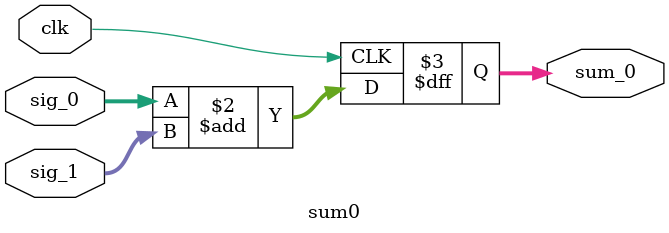
<source format=v>
`default_nettype none
module sum0
		(
			sig_0,
			sig_1,
			clk,
			sum_0
		);

input	[31:0]	sig_0;
input	[31:0]	sig_1;
input			clk;
output	[31:0]	sum_0;

reg	[31:0]	sum_0;

always @ (posedge clk)
sum_0 <= ( sig_0 + sig_1) ;


endmodule

</source>
